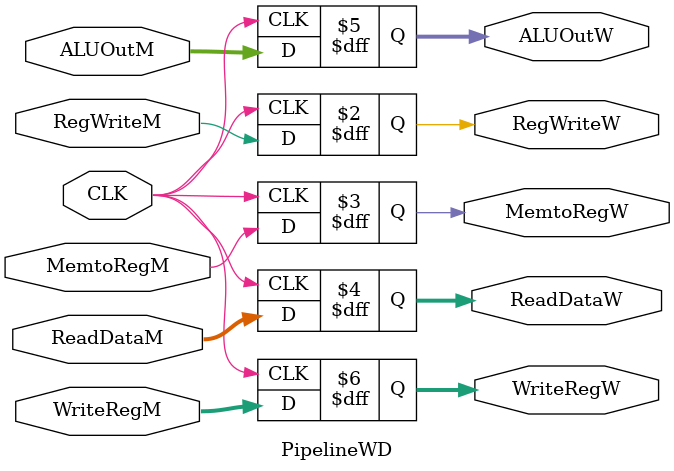
<source format=v>
module PipelineWD (
    input CLK,
    input wire RegWriteM,
    input wire MemtoRegM,
    input wire[31:0] ReadDataM,
    input wire[31:0] ALUOutM,
    input wire[4:0] WriteRegM,
    output reg RegWriteW,
    output reg MemtoRegW,
    output reg[31:0] ReadDataW,
    output reg[31:0] ALUOutW,
    output reg[4:0] WriteRegW
);

always @(posedge CLK) begin
    RegWriteW <= RegWriteM;
    MemtoRegW <= MemtoRegM;
    ReadDataW <= ReadDataM;
    ALUOutW   <= ALUOutM;
    WriteRegW <= WriteRegM;
end

endmodule

</source>
